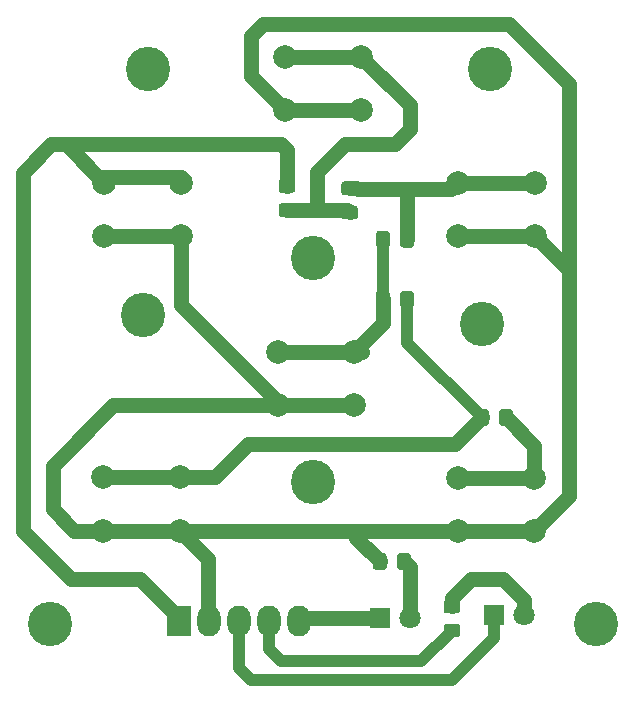
<source format=gbr>
G04 #@! TF.GenerationSoftware,KiCad,Pcbnew,5.1.2-f72e74a~84~ubuntu18.04.1*
G04 #@! TF.CreationDate,2019-09-12T15:37:42-03:00*
G04 #@! TF.ProjectId,teclado_contador_geiger,7465636c-6164-46f5-9f63-6f6e7461646f,rev?*
G04 #@! TF.SameCoordinates,Original*
G04 #@! TF.FileFunction,Copper,L2,Bot*
G04 #@! TF.FilePolarity,Positive*
%FSLAX46Y46*%
G04 Gerber Fmt 4.6, Leading zero omitted, Abs format (unit mm)*
G04 Created by KiCad (PCBNEW 5.1.2-f72e74a~84~ubuntu18.04.1) date 2019-09-12 15:37:42*
%MOMM*%
%LPD*%
G04 APERTURE LIST*
%ADD10C,0.100000*%
%ADD11C,1.150000*%
%ADD12C,2.000000*%
%ADD13R,1.800000X1.800000*%
%ADD14C,1.800000*%
%ADD15R,2.000000X2.600000*%
%ADD16O,2.000000X2.600000*%
%ADD17C,3.746000*%
%ADD18C,1.270000*%
%ADD19C,1.016000*%
G04 APERTURE END LIST*
D10*
G36*
X140321505Y-65747604D02*
G01*
X140345773Y-65751204D01*
X140369572Y-65757165D01*
X140392671Y-65765430D01*
X140414850Y-65775920D01*
X140435893Y-65788532D01*
X140455599Y-65803147D01*
X140473777Y-65819623D01*
X140490253Y-65837801D01*
X140504868Y-65857507D01*
X140517480Y-65878550D01*
X140527970Y-65900729D01*
X140536235Y-65923828D01*
X140542196Y-65947627D01*
X140545796Y-65971895D01*
X140547000Y-65996399D01*
X140547000Y-66896401D01*
X140545796Y-66920905D01*
X140542196Y-66945173D01*
X140536235Y-66968972D01*
X140527970Y-66992071D01*
X140517480Y-67014250D01*
X140504868Y-67035293D01*
X140490253Y-67054999D01*
X140473777Y-67073177D01*
X140455599Y-67089653D01*
X140435893Y-67104268D01*
X140414850Y-67116880D01*
X140392671Y-67127370D01*
X140369572Y-67135635D01*
X140345773Y-67141596D01*
X140321505Y-67145196D01*
X140297001Y-67146400D01*
X139646999Y-67146400D01*
X139622495Y-67145196D01*
X139598227Y-67141596D01*
X139574428Y-67135635D01*
X139551329Y-67127370D01*
X139529150Y-67116880D01*
X139508107Y-67104268D01*
X139488401Y-67089653D01*
X139470223Y-67073177D01*
X139453747Y-67054999D01*
X139439132Y-67035293D01*
X139426520Y-67014250D01*
X139416030Y-66992071D01*
X139407765Y-66968972D01*
X139401804Y-66945173D01*
X139398204Y-66920905D01*
X139397000Y-66896401D01*
X139397000Y-65996399D01*
X139398204Y-65971895D01*
X139401804Y-65947627D01*
X139407765Y-65923828D01*
X139416030Y-65900729D01*
X139426520Y-65878550D01*
X139439132Y-65857507D01*
X139453747Y-65837801D01*
X139470223Y-65819623D01*
X139488401Y-65803147D01*
X139508107Y-65788532D01*
X139529150Y-65775920D01*
X139551329Y-65765430D01*
X139574428Y-65757165D01*
X139598227Y-65751204D01*
X139622495Y-65747604D01*
X139646999Y-65746400D01*
X140297001Y-65746400D01*
X140321505Y-65747604D01*
X140321505Y-65747604D01*
G37*
D11*
X139972000Y-66446400D03*
D10*
G36*
X138271505Y-65747604D02*
G01*
X138295773Y-65751204D01*
X138319572Y-65757165D01*
X138342671Y-65765430D01*
X138364850Y-65775920D01*
X138385893Y-65788532D01*
X138405599Y-65803147D01*
X138423777Y-65819623D01*
X138440253Y-65837801D01*
X138454868Y-65857507D01*
X138467480Y-65878550D01*
X138477970Y-65900729D01*
X138486235Y-65923828D01*
X138492196Y-65947627D01*
X138495796Y-65971895D01*
X138497000Y-65996399D01*
X138497000Y-66896401D01*
X138495796Y-66920905D01*
X138492196Y-66945173D01*
X138486235Y-66968972D01*
X138477970Y-66992071D01*
X138467480Y-67014250D01*
X138454868Y-67035293D01*
X138440253Y-67054999D01*
X138423777Y-67073177D01*
X138405599Y-67089653D01*
X138385893Y-67104268D01*
X138364850Y-67116880D01*
X138342671Y-67127370D01*
X138319572Y-67135635D01*
X138295773Y-67141596D01*
X138271505Y-67145196D01*
X138247001Y-67146400D01*
X137596999Y-67146400D01*
X137572495Y-67145196D01*
X137548227Y-67141596D01*
X137524428Y-67135635D01*
X137501329Y-67127370D01*
X137479150Y-67116880D01*
X137458107Y-67104268D01*
X137438401Y-67089653D01*
X137420223Y-67073177D01*
X137403747Y-67054999D01*
X137389132Y-67035293D01*
X137376520Y-67014250D01*
X137366030Y-66992071D01*
X137357765Y-66968972D01*
X137351804Y-66945173D01*
X137348204Y-66920905D01*
X137347000Y-66896401D01*
X137347000Y-65996399D01*
X137348204Y-65971895D01*
X137351804Y-65947627D01*
X137357765Y-65923828D01*
X137366030Y-65900729D01*
X137376520Y-65878550D01*
X137389132Y-65857507D01*
X137403747Y-65837801D01*
X137420223Y-65819623D01*
X137438401Y-65803147D01*
X137458107Y-65788532D01*
X137479150Y-65775920D01*
X137501329Y-65765430D01*
X137524428Y-65757165D01*
X137548227Y-65751204D01*
X137572495Y-65747604D01*
X137596999Y-65746400D01*
X138247001Y-65746400D01*
X138271505Y-65747604D01*
X138271505Y-65747604D01*
G37*
D11*
X137922000Y-66446400D03*
D12*
X135500000Y-75968000D03*
X135500000Y-80468000D03*
X129000000Y-75968000D03*
X129000000Y-80468000D03*
X150754000Y-86618000D03*
X150754000Y-91118000D03*
X144254000Y-86618000D03*
X144254000Y-91118000D03*
D13*
X137668000Y-98552000D03*
D14*
X140208000Y-98552000D03*
D10*
G36*
X146653505Y-80835204D02*
G01*
X146677773Y-80838804D01*
X146701572Y-80844765D01*
X146724671Y-80853030D01*
X146746850Y-80863520D01*
X146767893Y-80876132D01*
X146787599Y-80890747D01*
X146805777Y-80907223D01*
X146822253Y-80925401D01*
X146836868Y-80945107D01*
X146849480Y-80966150D01*
X146859970Y-80988329D01*
X146868235Y-81011428D01*
X146874196Y-81035227D01*
X146877796Y-81059495D01*
X146879000Y-81083999D01*
X146879000Y-81984001D01*
X146877796Y-82008505D01*
X146874196Y-82032773D01*
X146868235Y-82056572D01*
X146859970Y-82079671D01*
X146849480Y-82101850D01*
X146836868Y-82122893D01*
X146822253Y-82142599D01*
X146805777Y-82160777D01*
X146787599Y-82177253D01*
X146767893Y-82191868D01*
X146746850Y-82204480D01*
X146724671Y-82214970D01*
X146701572Y-82223235D01*
X146677773Y-82229196D01*
X146653505Y-82232796D01*
X146629001Y-82234000D01*
X145978999Y-82234000D01*
X145954495Y-82232796D01*
X145930227Y-82229196D01*
X145906428Y-82223235D01*
X145883329Y-82214970D01*
X145861150Y-82204480D01*
X145840107Y-82191868D01*
X145820401Y-82177253D01*
X145802223Y-82160777D01*
X145785747Y-82142599D01*
X145771132Y-82122893D01*
X145758520Y-82101850D01*
X145748030Y-82079671D01*
X145739765Y-82056572D01*
X145733804Y-82032773D01*
X145730204Y-82008505D01*
X145729000Y-81984001D01*
X145729000Y-81083999D01*
X145730204Y-81059495D01*
X145733804Y-81035227D01*
X145739765Y-81011428D01*
X145748030Y-80988329D01*
X145758520Y-80966150D01*
X145771132Y-80945107D01*
X145785747Y-80925401D01*
X145802223Y-80907223D01*
X145820401Y-80890747D01*
X145840107Y-80876132D01*
X145861150Y-80863520D01*
X145883329Y-80853030D01*
X145906428Y-80844765D01*
X145930227Y-80838804D01*
X145954495Y-80835204D01*
X145978999Y-80834000D01*
X146629001Y-80834000D01*
X146653505Y-80835204D01*
X146653505Y-80835204D01*
G37*
D11*
X146304000Y-81534000D03*
D10*
G36*
X148703505Y-80835204D02*
G01*
X148727773Y-80838804D01*
X148751572Y-80844765D01*
X148774671Y-80853030D01*
X148796850Y-80863520D01*
X148817893Y-80876132D01*
X148837599Y-80890747D01*
X148855777Y-80907223D01*
X148872253Y-80925401D01*
X148886868Y-80945107D01*
X148899480Y-80966150D01*
X148909970Y-80988329D01*
X148918235Y-81011428D01*
X148924196Y-81035227D01*
X148927796Y-81059495D01*
X148929000Y-81083999D01*
X148929000Y-81984001D01*
X148927796Y-82008505D01*
X148924196Y-82032773D01*
X148918235Y-82056572D01*
X148909970Y-82079671D01*
X148899480Y-82101850D01*
X148886868Y-82122893D01*
X148872253Y-82142599D01*
X148855777Y-82160777D01*
X148837599Y-82177253D01*
X148817893Y-82191868D01*
X148796850Y-82204480D01*
X148774671Y-82214970D01*
X148751572Y-82223235D01*
X148727773Y-82229196D01*
X148703505Y-82232796D01*
X148679001Y-82234000D01*
X148028999Y-82234000D01*
X148004495Y-82232796D01*
X147980227Y-82229196D01*
X147956428Y-82223235D01*
X147933329Y-82214970D01*
X147911150Y-82204480D01*
X147890107Y-82191868D01*
X147870401Y-82177253D01*
X147852223Y-82160777D01*
X147835747Y-82142599D01*
X147821132Y-82122893D01*
X147808520Y-82101850D01*
X147798030Y-82079671D01*
X147789765Y-82056572D01*
X147783804Y-82032773D01*
X147780204Y-82008505D01*
X147779000Y-81984001D01*
X147779000Y-81083999D01*
X147780204Y-81059495D01*
X147783804Y-81035227D01*
X147789765Y-81011428D01*
X147798030Y-80988329D01*
X147808520Y-80966150D01*
X147821132Y-80945107D01*
X147835747Y-80925401D01*
X147852223Y-80907223D01*
X147870401Y-80890747D01*
X147890107Y-80876132D01*
X147911150Y-80863520D01*
X147933329Y-80853030D01*
X147956428Y-80844765D01*
X147980227Y-80838804D01*
X148004495Y-80835204D01*
X148028999Y-80834000D01*
X148679001Y-80834000D01*
X148703505Y-80835204D01*
X148703505Y-80835204D01*
G37*
D11*
X148354000Y-81534000D03*
D10*
G36*
X140312505Y-70827604D02*
G01*
X140336773Y-70831204D01*
X140360572Y-70837165D01*
X140383671Y-70845430D01*
X140405850Y-70855920D01*
X140426893Y-70868532D01*
X140446599Y-70883147D01*
X140464777Y-70899623D01*
X140481253Y-70917801D01*
X140495868Y-70937507D01*
X140508480Y-70958550D01*
X140518970Y-70980729D01*
X140527235Y-71003828D01*
X140533196Y-71027627D01*
X140536796Y-71051895D01*
X140538000Y-71076399D01*
X140538000Y-71976401D01*
X140536796Y-72000905D01*
X140533196Y-72025173D01*
X140527235Y-72048972D01*
X140518970Y-72072071D01*
X140508480Y-72094250D01*
X140495868Y-72115293D01*
X140481253Y-72134999D01*
X140464777Y-72153177D01*
X140446599Y-72169653D01*
X140426893Y-72184268D01*
X140405850Y-72196880D01*
X140383671Y-72207370D01*
X140360572Y-72215635D01*
X140336773Y-72221596D01*
X140312505Y-72225196D01*
X140288001Y-72226400D01*
X139637999Y-72226400D01*
X139613495Y-72225196D01*
X139589227Y-72221596D01*
X139565428Y-72215635D01*
X139542329Y-72207370D01*
X139520150Y-72196880D01*
X139499107Y-72184268D01*
X139479401Y-72169653D01*
X139461223Y-72153177D01*
X139444747Y-72134999D01*
X139430132Y-72115293D01*
X139417520Y-72094250D01*
X139407030Y-72072071D01*
X139398765Y-72048972D01*
X139392804Y-72025173D01*
X139389204Y-72000905D01*
X139388000Y-71976401D01*
X139388000Y-71076399D01*
X139389204Y-71051895D01*
X139392804Y-71027627D01*
X139398765Y-71003828D01*
X139407030Y-70980729D01*
X139417520Y-70958550D01*
X139430132Y-70937507D01*
X139444747Y-70917801D01*
X139461223Y-70899623D01*
X139479401Y-70883147D01*
X139499107Y-70868532D01*
X139520150Y-70855920D01*
X139542329Y-70845430D01*
X139565428Y-70837165D01*
X139589227Y-70831204D01*
X139613495Y-70827604D01*
X139637999Y-70826400D01*
X140288001Y-70826400D01*
X140312505Y-70827604D01*
X140312505Y-70827604D01*
G37*
D11*
X139963000Y-71526400D03*
D10*
G36*
X138262505Y-70827604D02*
G01*
X138286773Y-70831204D01*
X138310572Y-70837165D01*
X138333671Y-70845430D01*
X138355850Y-70855920D01*
X138376893Y-70868532D01*
X138396599Y-70883147D01*
X138414777Y-70899623D01*
X138431253Y-70917801D01*
X138445868Y-70937507D01*
X138458480Y-70958550D01*
X138468970Y-70980729D01*
X138477235Y-71003828D01*
X138483196Y-71027627D01*
X138486796Y-71051895D01*
X138488000Y-71076399D01*
X138488000Y-71976401D01*
X138486796Y-72000905D01*
X138483196Y-72025173D01*
X138477235Y-72048972D01*
X138468970Y-72072071D01*
X138458480Y-72094250D01*
X138445868Y-72115293D01*
X138431253Y-72134999D01*
X138414777Y-72153177D01*
X138396599Y-72169653D01*
X138376893Y-72184268D01*
X138355850Y-72196880D01*
X138333671Y-72207370D01*
X138310572Y-72215635D01*
X138286773Y-72221596D01*
X138262505Y-72225196D01*
X138238001Y-72226400D01*
X137587999Y-72226400D01*
X137563495Y-72225196D01*
X137539227Y-72221596D01*
X137515428Y-72215635D01*
X137492329Y-72207370D01*
X137470150Y-72196880D01*
X137449107Y-72184268D01*
X137429401Y-72169653D01*
X137411223Y-72153177D01*
X137394747Y-72134999D01*
X137380132Y-72115293D01*
X137367520Y-72094250D01*
X137357030Y-72072071D01*
X137348765Y-72048972D01*
X137342804Y-72025173D01*
X137339204Y-72000905D01*
X137338000Y-71976401D01*
X137338000Y-71076399D01*
X137339204Y-71051895D01*
X137342804Y-71027627D01*
X137348765Y-71003828D01*
X137357030Y-70980729D01*
X137367520Y-70958550D01*
X137380132Y-70937507D01*
X137394747Y-70917801D01*
X137411223Y-70899623D01*
X137429401Y-70883147D01*
X137449107Y-70868532D01*
X137470150Y-70855920D01*
X137492329Y-70845430D01*
X137515428Y-70837165D01*
X137539227Y-70831204D01*
X137563495Y-70827604D01*
X137587999Y-70826400D01*
X138238001Y-70826400D01*
X138262505Y-70827604D01*
X138262505Y-70827604D01*
G37*
D11*
X137913000Y-71526400D03*
D10*
G36*
X135577105Y-63604604D02*
G01*
X135601373Y-63608204D01*
X135625172Y-63614165D01*
X135648271Y-63622430D01*
X135670450Y-63632920D01*
X135691493Y-63645532D01*
X135711199Y-63660147D01*
X135729377Y-63676623D01*
X135745853Y-63694801D01*
X135760468Y-63714507D01*
X135773080Y-63735550D01*
X135783570Y-63757729D01*
X135791835Y-63780828D01*
X135797796Y-63804627D01*
X135801396Y-63828895D01*
X135802600Y-63853399D01*
X135802600Y-64503401D01*
X135801396Y-64527905D01*
X135797796Y-64552173D01*
X135791835Y-64575972D01*
X135783570Y-64599071D01*
X135773080Y-64621250D01*
X135760468Y-64642293D01*
X135745853Y-64661999D01*
X135729377Y-64680177D01*
X135711199Y-64696653D01*
X135691493Y-64711268D01*
X135670450Y-64723880D01*
X135648271Y-64734370D01*
X135625172Y-64742635D01*
X135601373Y-64748596D01*
X135577105Y-64752196D01*
X135552601Y-64753400D01*
X134652599Y-64753400D01*
X134628095Y-64752196D01*
X134603827Y-64748596D01*
X134580028Y-64742635D01*
X134556929Y-64734370D01*
X134534750Y-64723880D01*
X134513707Y-64711268D01*
X134494001Y-64696653D01*
X134475823Y-64680177D01*
X134459347Y-64661999D01*
X134444732Y-64642293D01*
X134432120Y-64621250D01*
X134421630Y-64599071D01*
X134413365Y-64575972D01*
X134407404Y-64552173D01*
X134403804Y-64527905D01*
X134402600Y-64503401D01*
X134402600Y-63853399D01*
X134403804Y-63828895D01*
X134407404Y-63804627D01*
X134413365Y-63780828D01*
X134421630Y-63757729D01*
X134432120Y-63735550D01*
X134444732Y-63714507D01*
X134459347Y-63694801D01*
X134475823Y-63676623D01*
X134494001Y-63660147D01*
X134513707Y-63645532D01*
X134534750Y-63632920D01*
X134556929Y-63622430D01*
X134580028Y-63614165D01*
X134603827Y-63608204D01*
X134628095Y-63604604D01*
X134652599Y-63603400D01*
X135552601Y-63603400D01*
X135577105Y-63604604D01*
X135577105Y-63604604D01*
G37*
D11*
X135102600Y-64178400D03*
D10*
G36*
X135577105Y-61554604D02*
G01*
X135601373Y-61558204D01*
X135625172Y-61564165D01*
X135648271Y-61572430D01*
X135670450Y-61582920D01*
X135691493Y-61595532D01*
X135711199Y-61610147D01*
X135729377Y-61626623D01*
X135745853Y-61644801D01*
X135760468Y-61664507D01*
X135773080Y-61685550D01*
X135783570Y-61707729D01*
X135791835Y-61730828D01*
X135797796Y-61754627D01*
X135801396Y-61778895D01*
X135802600Y-61803399D01*
X135802600Y-62453401D01*
X135801396Y-62477905D01*
X135797796Y-62502173D01*
X135791835Y-62525972D01*
X135783570Y-62549071D01*
X135773080Y-62571250D01*
X135760468Y-62592293D01*
X135745853Y-62611999D01*
X135729377Y-62630177D01*
X135711199Y-62646653D01*
X135691493Y-62661268D01*
X135670450Y-62673880D01*
X135648271Y-62684370D01*
X135625172Y-62692635D01*
X135601373Y-62698596D01*
X135577105Y-62702196D01*
X135552601Y-62703400D01*
X134652599Y-62703400D01*
X134628095Y-62702196D01*
X134603827Y-62698596D01*
X134580028Y-62692635D01*
X134556929Y-62684370D01*
X134534750Y-62673880D01*
X134513707Y-62661268D01*
X134494001Y-62646653D01*
X134475823Y-62630177D01*
X134459347Y-62611999D01*
X134444732Y-62592293D01*
X134432120Y-62571250D01*
X134421630Y-62549071D01*
X134413365Y-62525972D01*
X134407404Y-62502173D01*
X134403804Y-62477905D01*
X134402600Y-62453401D01*
X134402600Y-61803399D01*
X134403804Y-61778895D01*
X134407404Y-61754627D01*
X134413365Y-61730828D01*
X134421630Y-61707729D01*
X134432120Y-61685550D01*
X134444732Y-61664507D01*
X134459347Y-61644801D01*
X134475823Y-61626623D01*
X134494001Y-61610147D01*
X134513707Y-61595532D01*
X134534750Y-61582920D01*
X134556929Y-61572430D01*
X134580028Y-61564165D01*
X134603827Y-61558204D01*
X134628095Y-61554604D01*
X134652599Y-61553400D01*
X135552601Y-61553400D01*
X135577105Y-61554604D01*
X135577105Y-61554604D01*
G37*
D11*
X135102600Y-62128400D03*
D10*
G36*
X130268505Y-63401404D02*
G01*
X130292773Y-63405004D01*
X130316572Y-63410965D01*
X130339671Y-63419230D01*
X130361850Y-63429720D01*
X130382893Y-63442332D01*
X130402599Y-63456947D01*
X130420777Y-63473423D01*
X130437253Y-63491601D01*
X130451868Y-63511307D01*
X130464480Y-63532350D01*
X130474970Y-63554529D01*
X130483235Y-63577628D01*
X130489196Y-63601427D01*
X130492796Y-63625695D01*
X130494000Y-63650199D01*
X130494000Y-64300201D01*
X130492796Y-64324705D01*
X130489196Y-64348973D01*
X130483235Y-64372772D01*
X130474970Y-64395871D01*
X130464480Y-64418050D01*
X130451868Y-64439093D01*
X130437253Y-64458799D01*
X130420777Y-64476977D01*
X130402599Y-64493453D01*
X130382893Y-64508068D01*
X130361850Y-64520680D01*
X130339671Y-64531170D01*
X130316572Y-64539435D01*
X130292773Y-64545396D01*
X130268505Y-64548996D01*
X130244001Y-64550200D01*
X129343999Y-64550200D01*
X129319495Y-64548996D01*
X129295227Y-64545396D01*
X129271428Y-64539435D01*
X129248329Y-64531170D01*
X129226150Y-64520680D01*
X129205107Y-64508068D01*
X129185401Y-64493453D01*
X129167223Y-64476977D01*
X129150747Y-64458799D01*
X129136132Y-64439093D01*
X129123520Y-64418050D01*
X129113030Y-64395871D01*
X129104765Y-64372772D01*
X129098804Y-64348973D01*
X129095204Y-64324705D01*
X129094000Y-64300201D01*
X129094000Y-63650199D01*
X129095204Y-63625695D01*
X129098804Y-63601427D01*
X129104765Y-63577628D01*
X129113030Y-63554529D01*
X129123520Y-63532350D01*
X129136132Y-63511307D01*
X129150747Y-63491601D01*
X129167223Y-63473423D01*
X129185401Y-63456947D01*
X129205107Y-63442332D01*
X129226150Y-63429720D01*
X129248329Y-63419230D01*
X129271428Y-63410965D01*
X129295227Y-63405004D01*
X129319495Y-63401404D01*
X129343999Y-63400200D01*
X130244001Y-63400200D01*
X130268505Y-63401404D01*
X130268505Y-63401404D01*
G37*
D11*
X129794000Y-63975200D03*
D10*
G36*
X130268505Y-61351404D02*
G01*
X130292773Y-61355004D01*
X130316572Y-61360965D01*
X130339671Y-61369230D01*
X130361850Y-61379720D01*
X130382893Y-61392332D01*
X130402599Y-61406947D01*
X130420777Y-61423423D01*
X130437253Y-61441601D01*
X130451868Y-61461307D01*
X130464480Y-61482350D01*
X130474970Y-61504529D01*
X130483235Y-61527628D01*
X130489196Y-61551427D01*
X130492796Y-61575695D01*
X130494000Y-61600199D01*
X130494000Y-62250201D01*
X130492796Y-62274705D01*
X130489196Y-62298973D01*
X130483235Y-62322772D01*
X130474970Y-62345871D01*
X130464480Y-62368050D01*
X130451868Y-62389093D01*
X130437253Y-62408799D01*
X130420777Y-62426977D01*
X130402599Y-62443453D01*
X130382893Y-62458068D01*
X130361850Y-62470680D01*
X130339671Y-62481170D01*
X130316572Y-62489435D01*
X130292773Y-62495396D01*
X130268505Y-62498996D01*
X130244001Y-62500200D01*
X129343999Y-62500200D01*
X129319495Y-62498996D01*
X129295227Y-62495396D01*
X129271428Y-62489435D01*
X129248329Y-62481170D01*
X129226150Y-62470680D01*
X129205107Y-62458068D01*
X129185401Y-62443453D01*
X129167223Y-62426977D01*
X129150747Y-62408799D01*
X129136132Y-62389093D01*
X129123520Y-62368050D01*
X129113030Y-62345871D01*
X129104765Y-62322772D01*
X129098804Y-62298973D01*
X129095204Y-62274705D01*
X129094000Y-62250201D01*
X129094000Y-61600199D01*
X129095204Y-61575695D01*
X129098804Y-61551427D01*
X129104765Y-61527628D01*
X129113030Y-61504529D01*
X129123520Y-61482350D01*
X129136132Y-61461307D01*
X129150747Y-61441601D01*
X129167223Y-61423423D01*
X129185401Y-61406947D01*
X129205107Y-61392332D01*
X129226150Y-61379720D01*
X129248329Y-61369230D01*
X129271428Y-61360965D01*
X129295227Y-61355004D01*
X129319495Y-61351404D01*
X129343999Y-61350200D01*
X130244001Y-61350200D01*
X130268505Y-61351404D01*
X130268505Y-61351404D01*
G37*
D11*
X129794000Y-61925200D03*
D10*
G36*
X140058505Y-93027204D02*
G01*
X140082773Y-93030804D01*
X140106572Y-93036765D01*
X140129671Y-93045030D01*
X140151850Y-93055520D01*
X140172893Y-93068132D01*
X140192599Y-93082747D01*
X140210777Y-93099223D01*
X140227253Y-93117401D01*
X140241868Y-93137107D01*
X140254480Y-93158150D01*
X140264970Y-93180329D01*
X140273235Y-93203428D01*
X140279196Y-93227227D01*
X140282796Y-93251495D01*
X140284000Y-93275999D01*
X140284000Y-94176001D01*
X140282796Y-94200505D01*
X140279196Y-94224773D01*
X140273235Y-94248572D01*
X140264970Y-94271671D01*
X140254480Y-94293850D01*
X140241868Y-94314893D01*
X140227253Y-94334599D01*
X140210777Y-94352777D01*
X140192599Y-94369253D01*
X140172893Y-94383868D01*
X140151850Y-94396480D01*
X140129671Y-94406970D01*
X140106572Y-94415235D01*
X140082773Y-94421196D01*
X140058505Y-94424796D01*
X140034001Y-94426000D01*
X139383999Y-94426000D01*
X139359495Y-94424796D01*
X139335227Y-94421196D01*
X139311428Y-94415235D01*
X139288329Y-94406970D01*
X139266150Y-94396480D01*
X139245107Y-94383868D01*
X139225401Y-94369253D01*
X139207223Y-94352777D01*
X139190747Y-94334599D01*
X139176132Y-94314893D01*
X139163520Y-94293850D01*
X139153030Y-94271671D01*
X139144765Y-94248572D01*
X139138804Y-94224773D01*
X139135204Y-94200505D01*
X139134000Y-94176001D01*
X139134000Y-93275999D01*
X139135204Y-93251495D01*
X139138804Y-93227227D01*
X139144765Y-93203428D01*
X139153030Y-93180329D01*
X139163520Y-93158150D01*
X139176132Y-93137107D01*
X139190747Y-93117401D01*
X139207223Y-93099223D01*
X139225401Y-93082747D01*
X139245107Y-93068132D01*
X139266150Y-93055520D01*
X139288329Y-93045030D01*
X139311428Y-93036765D01*
X139335227Y-93030804D01*
X139359495Y-93027204D01*
X139383999Y-93026000D01*
X140034001Y-93026000D01*
X140058505Y-93027204D01*
X140058505Y-93027204D01*
G37*
D11*
X139709000Y-93726000D03*
D10*
G36*
X138008505Y-93027204D02*
G01*
X138032773Y-93030804D01*
X138056572Y-93036765D01*
X138079671Y-93045030D01*
X138101850Y-93055520D01*
X138122893Y-93068132D01*
X138142599Y-93082747D01*
X138160777Y-93099223D01*
X138177253Y-93117401D01*
X138191868Y-93137107D01*
X138204480Y-93158150D01*
X138214970Y-93180329D01*
X138223235Y-93203428D01*
X138229196Y-93227227D01*
X138232796Y-93251495D01*
X138234000Y-93275999D01*
X138234000Y-94176001D01*
X138232796Y-94200505D01*
X138229196Y-94224773D01*
X138223235Y-94248572D01*
X138214970Y-94271671D01*
X138204480Y-94293850D01*
X138191868Y-94314893D01*
X138177253Y-94334599D01*
X138160777Y-94352777D01*
X138142599Y-94369253D01*
X138122893Y-94383868D01*
X138101850Y-94396480D01*
X138079671Y-94406970D01*
X138056572Y-94415235D01*
X138032773Y-94421196D01*
X138008505Y-94424796D01*
X137984001Y-94426000D01*
X137333999Y-94426000D01*
X137309495Y-94424796D01*
X137285227Y-94421196D01*
X137261428Y-94415235D01*
X137238329Y-94406970D01*
X137216150Y-94396480D01*
X137195107Y-94383868D01*
X137175401Y-94369253D01*
X137157223Y-94352777D01*
X137140747Y-94334599D01*
X137126132Y-94314893D01*
X137113520Y-94293850D01*
X137103030Y-94271671D01*
X137094765Y-94248572D01*
X137088804Y-94224773D01*
X137085204Y-94200505D01*
X137084000Y-94176001D01*
X137084000Y-93275999D01*
X137085204Y-93251495D01*
X137088804Y-93227227D01*
X137094765Y-93203428D01*
X137103030Y-93180329D01*
X137113520Y-93158150D01*
X137126132Y-93137107D01*
X137140747Y-93117401D01*
X137157223Y-93099223D01*
X137175401Y-93082747D01*
X137195107Y-93068132D01*
X137216150Y-93055520D01*
X137238329Y-93045030D01*
X137261428Y-93036765D01*
X137285227Y-93030804D01*
X137309495Y-93027204D01*
X137333999Y-93026000D01*
X137984001Y-93026000D01*
X138008505Y-93027204D01*
X138008505Y-93027204D01*
G37*
D11*
X137659000Y-93726000D03*
D12*
X114254000Y-91114000D03*
X114254000Y-86614000D03*
X120754000Y-91114000D03*
X120754000Y-86614000D03*
X144270000Y-66142000D03*
X144270000Y-61642000D03*
X150770000Y-66142000D03*
X150770000Y-61642000D03*
X129600000Y-55500000D03*
X129600000Y-51000000D03*
X136100000Y-55500000D03*
X136100000Y-51000000D03*
X114300000Y-66142000D03*
X114300000Y-61642000D03*
X120800000Y-66142000D03*
X120800000Y-61642000D03*
D13*
X147320000Y-98298000D03*
D14*
X149860000Y-98298000D03*
D10*
G36*
X144238505Y-99012204D02*
G01*
X144262773Y-99015804D01*
X144286572Y-99021765D01*
X144309671Y-99030030D01*
X144331850Y-99040520D01*
X144352893Y-99053132D01*
X144372599Y-99067747D01*
X144390777Y-99084223D01*
X144407253Y-99102401D01*
X144421868Y-99122107D01*
X144434480Y-99143150D01*
X144444970Y-99165329D01*
X144453235Y-99188428D01*
X144459196Y-99212227D01*
X144462796Y-99236495D01*
X144464000Y-99260999D01*
X144464000Y-99911001D01*
X144462796Y-99935505D01*
X144459196Y-99959773D01*
X144453235Y-99983572D01*
X144444970Y-100006671D01*
X144434480Y-100028850D01*
X144421868Y-100049893D01*
X144407253Y-100069599D01*
X144390777Y-100087777D01*
X144372599Y-100104253D01*
X144352893Y-100118868D01*
X144331850Y-100131480D01*
X144309671Y-100141970D01*
X144286572Y-100150235D01*
X144262773Y-100156196D01*
X144238505Y-100159796D01*
X144214001Y-100161000D01*
X143313999Y-100161000D01*
X143289495Y-100159796D01*
X143265227Y-100156196D01*
X143241428Y-100150235D01*
X143218329Y-100141970D01*
X143196150Y-100131480D01*
X143175107Y-100118868D01*
X143155401Y-100104253D01*
X143137223Y-100087777D01*
X143120747Y-100069599D01*
X143106132Y-100049893D01*
X143093520Y-100028850D01*
X143083030Y-100006671D01*
X143074765Y-99983572D01*
X143068804Y-99959773D01*
X143065204Y-99935505D01*
X143064000Y-99911001D01*
X143064000Y-99260999D01*
X143065204Y-99236495D01*
X143068804Y-99212227D01*
X143074765Y-99188428D01*
X143083030Y-99165329D01*
X143093520Y-99143150D01*
X143106132Y-99122107D01*
X143120747Y-99102401D01*
X143137223Y-99084223D01*
X143155401Y-99067747D01*
X143175107Y-99053132D01*
X143196150Y-99040520D01*
X143218329Y-99030030D01*
X143241428Y-99021765D01*
X143265227Y-99015804D01*
X143289495Y-99012204D01*
X143313999Y-99011000D01*
X144214001Y-99011000D01*
X144238505Y-99012204D01*
X144238505Y-99012204D01*
G37*
D11*
X143764000Y-99586000D03*
D10*
G36*
X144238505Y-96962204D02*
G01*
X144262773Y-96965804D01*
X144286572Y-96971765D01*
X144309671Y-96980030D01*
X144331850Y-96990520D01*
X144352893Y-97003132D01*
X144372599Y-97017747D01*
X144390777Y-97034223D01*
X144407253Y-97052401D01*
X144421868Y-97072107D01*
X144434480Y-97093150D01*
X144444970Y-97115329D01*
X144453235Y-97138428D01*
X144459196Y-97162227D01*
X144462796Y-97186495D01*
X144464000Y-97210999D01*
X144464000Y-97861001D01*
X144462796Y-97885505D01*
X144459196Y-97909773D01*
X144453235Y-97933572D01*
X144444970Y-97956671D01*
X144434480Y-97978850D01*
X144421868Y-97999893D01*
X144407253Y-98019599D01*
X144390777Y-98037777D01*
X144372599Y-98054253D01*
X144352893Y-98068868D01*
X144331850Y-98081480D01*
X144309671Y-98091970D01*
X144286572Y-98100235D01*
X144262773Y-98106196D01*
X144238505Y-98109796D01*
X144214001Y-98111000D01*
X143313999Y-98111000D01*
X143289495Y-98109796D01*
X143265227Y-98106196D01*
X143241428Y-98100235D01*
X143218329Y-98091970D01*
X143196150Y-98081480D01*
X143175107Y-98068868D01*
X143155401Y-98054253D01*
X143137223Y-98037777D01*
X143120747Y-98019599D01*
X143106132Y-97999893D01*
X143093520Y-97978850D01*
X143083030Y-97956671D01*
X143074765Y-97933572D01*
X143068804Y-97909773D01*
X143065204Y-97885505D01*
X143064000Y-97861001D01*
X143064000Y-97210999D01*
X143065204Y-97186495D01*
X143068804Y-97162227D01*
X143074765Y-97138428D01*
X143083030Y-97115329D01*
X143093520Y-97093150D01*
X143106132Y-97072107D01*
X143120747Y-97052401D01*
X143137223Y-97034223D01*
X143155401Y-97017747D01*
X143175107Y-97003132D01*
X143196150Y-96990520D01*
X143218329Y-96980030D01*
X143241428Y-96971765D01*
X143265227Y-96965804D01*
X143289495Y-96962204D01*
X143313999Y-96961000D01*
X144214001Y-96961000D01*
X144238505Y-96962204D01*
X144238505Y-96962204D01*
G37*
D11*
X143764000Y-97536000D03*
D15*
X120650000Y-98806000D03*
D16*
X123190000Y-98806000D03*
X125730000Y-98806000D03*
X128270000Y-98806000D03*
X130810000Y-98806000D03*
D17*
X109728000Y-99060000D03*
X132000000Y-68000000D03*
X147000000Y-52000000D03*
X155956000Y-99060000D03*
X117602000Y-72898000D03*
X146304000Y-73660000D03*
X118000000Y-52000000D03*
X132000000Y-87000000D03*
D18*
X130904000Y-98552000D02*
X130650000Y-98806000D01*
X137668000Y-98552000D02*
X130904000Y-98552000D01*
X140208000Y-94225000D02*
X139709000Y-93726000D01*
X140208000Y-98552000D02*
X140208000Y-94225000D01*
X144254000Y-91118000D02*
X150754000Y-91118000D01*
X135636000Y-91703000D02*
X137659000Y-93726000D01*
X135636000Y-91118000D02*
X135636000Y-91703000D01*
X135636000Y-91118000D02*
X144254000Y-91118000D01*
X123150000Y-98931000D02*
X123150000Y-98806000D01*
X123150000Y-93510000D02*
X123150000Y-98806000D01*
X122504000Y-91118000D02*
X135636000Y-91118000D01*
X120754000Y-91114000D02*
X123150000Y-93510000D01*
X114254000Y-91114000D02*
X122500000Y-91114000D01*
X122500000Y-91114000D02*
X122504000Y-91118000D01*
X150754000Y-91118000D02*
X153670000Y-88202000D01*
X126746000Y-52646000D02*
X129600000Y-55500000D01*
X148590000Y-48260000D02*
X127762000Y-48260000D01*
X127762000Y-48260000D02*
X126746000Y-49276000D01*
X126746000Y-49276000D02*
X126746000Y-52646000D01*
X129254000Y-80468000D02*
X135754000Y-80468000D01*
X153670000Y-69042000D02*
X150770000Y-66142000D01*
X153670000Y-88202000D02*
X153670000Y-69042000D01*
X150770000Y-66142000D02*
X144270000Y-66142000D01*
X153670000Y-53340000D02*
X148590000Y-48260000D01*
X153670000Y-69042000D02*
X153670000Y-53340000D01*
X120800000Y-66142000D02*
X114300000Y-66142000D01*
X129254000Y-80468000D02*
X120800000Y-72014000D01*
X120800000Y-72014000D02*
X120800000Y-66142000D01*
X115112000Y-80468000D02*
X129254000Y-80468000D01*
X129600000Y-55500000D02*
X136100000Y-55500000D01*
X114254000Y-91114000D02*
X111764200Y-91114000D01*
X111764200Y-91114000D02*
X109956600Y-89306400D01*
X109956600Y-85623400D02*
X115112000Y-80468000D01*
X109956600Y-89306400D02*
X109956600Y-85623400D01*
D19*
X125730000Y-101122000D02*
X125704600Y-101147400D01*
X125730000Y-98806000D02*
X125730000Y-101122000D01*
X125704600Y-101147400D02*
X125704600Y-102768400D01*
X125704600Y-102768400D02*
X126720600Y-103784400D01*
X143749600Y-103784400D02*
X147320000Y-100214000D01*
X147320000Y-100214000D02*
X147320000Y-98298000D01*
X126720600Y-103784400D02*
X143749600Y-103784400D01*
D18*
X114300000Y-61142000D02*
X120800000Y-61142000D01*
X120754000Y-98702000D02*
X120650000Y-98806000D01*
X117394000Y-95250000D02*
X120650000Y-98506000D01*
X120650000Y-98506000D02*
X120650000Y-98806000D01*
X111506000Y-95250000D02*
X117394000Y-95250000D01*
X107416600Y-60858400D02*
X107416600Y-91160600D01*
X107416600Y-91160600D02*
X110045500Y-93789500D01*
X110045500Y-93789500D02*
X111506000Y-95250000D01*
X109728000Y-93472000D02*
X110045500Y-93789500D01*
X129794000Y-61925200D02*
X129794000Y-58928000D01*
X129794000Y-58928000D02*
X129286000Y-58420000D01*
X129286000Y-58420000D02*
X109855000Y-58420000D01*
X109855000Y-58420000D02*
X107416600Y-60858400D01*
X111078000Y-58420000D02*
X109855000Y-58420000D01*
X114300000Y-61642000D02*
X111078000Y-58420000D01*
X150754000Y-83934000D02*
X148354000Y-81534000D01*
X150754000Y-86618000D02*
X150754000Y-83934000D01*
X144254000Y-86618000D02*
X150754000Y-86618000D01*
X120754000Y-86614000D02*
X114254000Y-86614000D01*
X120754000Y-86614000D02*
X123698000Y-86614000D01*
X123698000Y-86614000D02*
X126492000Y-83820000D01*
X144018000Y-83820000D02*
X146304000Y-81534000D01*
X126492000Y-83820000D02*
X144018000Y-83820000D01*
D19*
X139963000Y-75193000D02*
X146304000Y-81534000D01*
X139963000Y-71526400D02*
X139963000Y-75193000D01*
D18*
X129254000Y-75968000D02*
X136166000Y-75968000D01*
X136166000Y-75968000D02*
X135754000Y-75968000D01*
X137913000Y-73555000D02*
X137913000Y-71526400D01*
X135500000Y-75968000D02*
X137913000Y-73555000D01*
D19*
X137913000Y-66455400D02*
X137922000Y-66446400D01*
X137913000Y-71526400D02*
X137913000Y-66455400D01*
D18*
X144270000Y-61642000D02*
X150770000Y-61642000D01*
X143682000Y-62230000D02*
X144270000Y-61642000D01*
X139972000Y-62230000D02*
X143682000Y-62230000D01*
X139972000Y-66446400D02*
X139972000Y-62230000D01*
X135677959Y-62095590D02*
X135102600Y-62095590D01*
X139972000Y-62230000D02*
X135812369Y-62230000D01*
X135812369Y-62230000D02*
X135677959Y-62095590D01*
X138938000Y-58420000D02*
X140208000Y-57150000D01*
X140208000Y-55108000D02*
X136100000Y-51000000D01*
X140208000Y-57150000D02*
X140208000Y-55108000D01*
X136100000Y-51000000D02*
X129600000Y-51000000D01*
X134899400Y-63975200D02*
X135102600Y-64178400D01*
X138938000Y-58420000D02*
X134747000Y-58420000D01*
X132377400Y-60789600D02*
X132377400Y-63975200D01*
X129794000Y-63975200D02*
X132377400Y-63975200D01*
X134747000Y-58420000D02*
X132377400Y-60789600D01*
X132377400Y-63975200D02*
X134899400Y-63975200D01*
X143764000Y-96861000D02*
X145375000Y-95250000D01*
X143764000Y-97536000D02*
X143764000Y-96861000D01*
X149860000Y-97025208D02*
X149860000Y-98298000D01*
X148084792Y-95250000D02*
X149860000Y-97025208D01*
X145375000Y-95250000D02*
X148084792Y-95250000D01*
D19*
X143764000Y-99586000D02*
X141191210Y-102158790D01*
X128270000Y-101122000D02*
X128270000Y-98806000D01*
X129306790Y-102158790D02*
X128270000Y-101122000D01*
X141191210Y-102158790D02*
X129306790Y-102158790D01*
M02*

</source>
